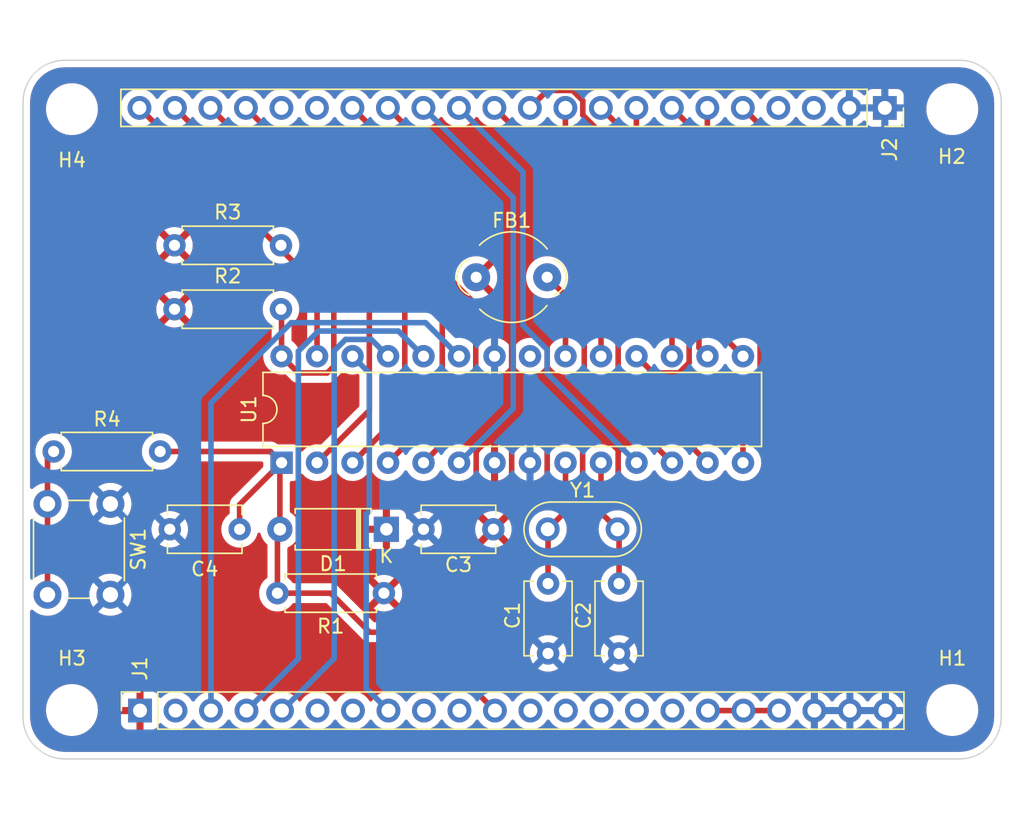
<source format=kicad_pcb>
(kicad_pcb (version 20211014) (generator pcbnew)
  (layers (0 "F.Cu" signal) (31 "B.Cu" signal) (34 "B.Paste" user) (35 "F.Paste" user) (36 "B.SilkS" user "B.Silkscreen") (37 "F.SilkS" user "F.Silkscreen") (38 "B.Mask" user) (39 "F.Mask" user) (44 "Edge.Cuts" user))
  (net 0 "")
  (net 1 "/XTAL1")
  (net 2 "GND")
  (net 3 "/XTAL2")
  (net 4 "+5V")
  (net 5 "/~{RESET}")
  (net 6 "Net-(U1-Pad20)")
  (net 7 "+3V3")
  (net 8 "/TEMP_SENSE_A")
  (net 9 "/TEMP_SENSE_B")
  (net 10 "/TEMP_SENSE_C")
  (net 11 "/TEMP_SENSE_D")
  (net 12 "/TEMP_SENSE_E")
  (net 13 "/CURRENT_SENSE_A")
  (net 14 "/CURRENT_SENSE_B")
  (net 15 "/CURRENT_SENSE_C")
  (net 21 "+12V")
  (net 22 "/~{SS5}")
  (net 23 "/~{SS4}")
  (net 24 "/~{SS3}")
  (net 25 "/~{SS2}")
  (net 26 "/~{SS1}")
  (net 27 "/MISO")
  (net 28 "/MOSI")
  (net 29 "/SCLK")
  (net 30 "/GPIO5")
  (net 31 "/GPIO4")
  (net 32 "/GPIO3")
  (net 33 "/GPIO2")
  (net 34 "/GPIO1")
  (net 35 "/GPIO0")
  (net 36 "/Rx1")
  (net 37 "/Tx1")
  (net 38 "/Rx0")
  (net 39 "/Tx0")
  (net 40 "/SCL")
  (net 41 "/SDA")
  (net 42 "Net-(SW1-Pad2)")
  (footprint "Capacitor_THT:C_Disc_D5.1mm_W3.2mm_P5.00mm" (layer "F.Cu") (at 127.572 87.45 -90)
    (fp_text reference "C1" (at 2.286 2.54 90) (layer "F.SilkS"))
    (fp_text value "27pF")
    (fp_line (start -0.17 1.721) (end 5.17 1.721) (layer "F.SilkS") (width 0.12))
    (fp_line (start -0.17 -1.721) (end -0.17 -1.055) (layer "F.SilkS") (width 0.12))
    (fp_line (start -0.17 -1.721) (end 5.17 -1.721) (layer "F.SilkS") (width 0.12))
    (fp_line (start 5.17 1.055) (end 5.17 1.721) (layer "F.SilkS") (width 0.12))
    (fp_line (start 5.17 -1.721) (end 5.17 -1.055) (layer "F.SilkS") (width 0.12))
    (fp_line (start -0.17 1.055) (end -0.17 1.721) (layer "F.SilkS") (width 0.12))
    (pad "1" thru_hole circle (at 0 0 270) (size 1.6 1.6) (drill 0.8) (layers *.Cu *.Mask) (net 1 "/XTAL1"))
    (pad "2" thru_hole circle (at 5 0 270) (size 1.6 1.6) (drill 0.8) (layers *.Cu *.Mask) (net 2 "GND"))
  )
  (footprint "Capacitor_THT:C_Disc_D5.1mm_W3.2mm_P5.00mm" (layer "F.Cu") (at 132.652 87.45 -90)
    (fp_text reference "C2" (at 2.286 2.54 90) (layer "F.SilkS"))
    (fp_text value "27pF")
    (fp_line (start 5.17 -1.721) (end 5.17 -1.055) (layer "F.SilkS") (width 0.12))
    (fp_line (start -0.17 1.721) (end 5.17 1.721) (layer "F.SilkS") (width 0.12))
    (fp_line (start 5.17 1.055) (end 5.17 1.721) (layer "F.SilkS") (width 0.12))
    (fp_line (start -0.17 -1.721) (end -0.17 -1.055) (layer "F.SilkS") (width 0.12))
    (fp_line (start -0.17 1.055) (end -0.17 1.721) (layer "F.SilkS") (width 0.12))
    (fp_line (start -0.17 -1.721) (end 5.17 -1.721) (layer "F.SilkS") (width 0.12))
    (pad "1" thru_hole circle (at 0 0 270) (size 1.6 1.6) (drill 0.8) (layers *.Cu *.Mask) (net 3 "/XTAL2"))
    (pad "2" thru_hole circle (at 5 0 270) (size 1.6 1.6) (drill 0.8) (layers *.Cu *.Mask) (net 2 "GND"))
  )
  (footprint "Resistor_THT:R_Axial_DIN0207_L6.3mm_D2.5mm_P7.62mm_Horizontal" (layer "F.Cu") (at 115.824 88.138 180)
    (fp_text reference "R1" (at 3.81 -2.37) (layer "F.SilkS"))
    (fp_text value "10K")
    (fp_line (start 0.54 1.04) (end 0.54 1.37) (layer "F.SilkS") (width 0.12))
    (fp_line (start 0.54 1.37) (end 7.08 1.37) (layer "F.SilkS") (width 0.12))
    (fp_line (start 7.08 1.37) (end 7.08 1.04) (layer "F.SilkS") (width 0.12))
    (fp_line (start 0.54 -1.37) (end 7.08 -1.37) (layer "F.SilkS") (width 0.12))
    (fp_line (start 0.54 -1.04) (end 0.54 -1.37) (layer "F.SilkS") (width 0.12))
    (fp_line (start 7.08 -1.37) (end 7.08 -1.04) (layer "F.SilkS") (width 0.12))
    (pad "1" thru_hole circle (at 0 0 180) (size 1.6 1.6) (drill 0.8) (layers *.Cu *.Mask) (net 4 "+5V"))
    (pad "2" thru_hole oval (at 7.62 0 180) (size 1.6 1.6) (drill 0.8) (layers *.Cu *.Mask) (net 5 "/~{RESET}"))
  )
  (footprint "MountingHole:MountingHole_2.7mm_M2.5" (layer "F.Cu") (at 156.5 53.5)
    (fp_text reference "H2" (at -0.036 3.396) (layer "F.SilkS"))
    (fp_text value "MountingHole")
    (pad "" np_thru_hole circle (at 0 0) (size 2.7 2.7) (drill 2.7) (layers *.Cu *.Mask))
  )
  (footprint "Button_Switch_THT:SW_PUSH_6mm" (layer "F.Cu") (at 96.25 81.75 -90)
    (fp_text reference "SW1" (at 3.25 -2 90) (layer "F.SilkS"))
    (fp_text value "SW_Push")
    (fp_line (start 1 5.5) (end 5.5 5.5) (layer "F.SilkS") (width 0.12))
    (fp_line (start 6.75 3) (end 6.75 1.5) (layer "F.SilkS") (width 0.12))
    (fp_line (start 5.5 -1) (end 1 -1) (layer "F.SilkS") (width 0.12))
    (fp_line (start -0.25 1.5) (end -0.25 3) (layer "F.SilkS") (width 0.12))
    (pad "1" thru_hole circle (at 6.5 0) (size 2 2) (drill 1.1) (layers *.Cu *.Mask) (net 2 "GND"))
    (pad "1" thru_hole circle (at 0 0) (size 2 2) (drill 1.1) (layers *.Cu *.Mask) (net 2 "GND"))
    (pad "2" thru_hole circle (at 6.5 4.5) (size 2 2) (drill 1.1) (layers *.Cu *.Mask) (net 42 "Net-(SW1-Pad2)"))
    (pad "2" thru_hole circle (at 0 4.5) (size 2 2) (drill 1.1) (layers *.Cu *.Mask) (net 42 "Net-(SW1-Pad2)"))
  )
  (footprint "Capacitor_THT:C_Disc_D5.1mm_W3.2mm_P5.00mm" (layer "F.Cu") (at 105.5 83.566 180)
    (fp_text reference "C4" (at 2.5 -2.85) (layer "F.SilkS"))
    (fp_text value "10nF")
    (fp_line (start -0.17 1.721) (end 5.17 1.721) (layer "F.SilkS") (width 0.12))
    (fp_line (start -0.17 -1.721) (end -0.17 -1.055) (layer "F.SilkS") (width 0.12))
    (fp_line (start 5.17 1.055) (end 5.17 1.721) (layer "F.SilkS") (width 0.12))
    (fp_line (start 5.17 -1.721) (end 5.17 -1.055) (layer "F.SilkS") (width 0.12))
    (fp_line (start -0.17 1.055) (end -0.17 1.721) (layer "F.SilkS") (width 0.12))
    (fp_line (start -0.17 -1.721) (end 5.17 -1.721) (layer "F.SilkS") (width 0.12))
    (pad "1" thru_hole circle (at 0 0 180) (size 1.6 1.6) (drill 0.8) (layers *.Cu *.Mask) (net 5 "/~{RESET}"))
    (pad "2" thru_hole circle (at 5 0 180) (size 1.6 1.6) (drill 0.8) (layers *.Cu *.Mask) (net 2 "GND"))
  )
  (footprint "MountingHole:MountingHole_2.7mm_M2.5" (layer "F.Cu") (at 156.5 96.5)
    (fp_text reference "H1" (at 0 -3.7) (layer "F.SilkS"))
    (fp_text value "MountingHole")
    (pad "" np_thru_hole circle (at 0 0) (size 2.7 2.7) (drill 2.7) (layers *.Cu *.Mask))
  )
  (footprint "Diode_THT:D_A-405_P7.62mm_Horizontal" (layer "F.Cu") (at 116 83.566 180)
    (fp_text reference "D1" (at 3.81 -2.47) (layer "F.SilkS"))
    (fp_text value "1N4001")
    (fp_text user "K" (at 0 -1.9) (layer "F.SilkS"))
    (fp_line (start 1.09 1.14) (end 1.09 1.47) (layer "F.SilkS") (width 0.12))
    (fp_line (start 1.09 1.47) (end 6.53 1.47) (layer "F.SilkS") (width 0.12))
    (fp_line (start 1.09 -1.14) (end 1.09 -1.47) (layer "F.SilkS") (width 0.12))
    (fp_line (start 2.11 -1.47) (end 2.11 1.47) (layer "F.SilkS") (width 0.12))
    (fp_line (start 1.87 -1.47) (end 1.87 1.47) (layer "F.SilkS") (width 0.12))
    (fp_line (start 6.53 1.47) (end 6.53 1.14) (layer "F.SilkS") (width 0.12))
    (fp_line (start 1.99 -1.47) (end 1.99 1.47) (layer "F.SilkS") (width 0.12))
    (fp_line (start 6.53 -1.47) (end 6.53 -1.14) (layer "F.SilkS") (width 0.12))
    (fp_line (start 1.09 -1.47) (end 6.53 -1.47) (layer "F.SilkS") (width 0.12))
    (pad "1" thru_hole rect (at 0 0 180) (size 1.8 1.8) (drill 0.9) (layers *.Cu *.Mask) (net 4 "+5V"))
    (pad "2" thru_hole oval (at 7.62 0 180) (size 1.8 1.8) (drill 0.9) (layers *.Cu *.Mask) (net 5 "/~{RESET}"))
  )
  (footprint "Resistor_THT:R_Axial_DIN0207_L6.3mm_D2.5mm_P7.62mm_Horizontal" (layer "F.Cu") (at 100.838 63.246)
    (fp_text reference "R3" (at 3.81 -2.37) (layer "F.SilkS"))
    (fp_text value "10K")
    (fp_line (start 0.54 -1.04) (end 0.54 -1.37) (layer "F.SilkS") (width 0.12))
    (fp_line (start 7.08 1.37) (end 7.08 1.04) (layer "F.SilkS") (width 0.12))
    (fp_line (start 7.08 -1.37) (end 7.08 -1.04) (layer "F.SilkS") (width 0.12))
    (fp_line (start 0.54 1.04) (end 0.54 1.37) (layer "F.SilkS") (width 0.12))
    (fp_line (start 0.54 -1.37) (end 7.08 -1.37) (layer "F.SilkS") (width 0.12))
    (fp_line (start 0.54 1.37) (end 7.08 1.37) (layer "F.SilkS") (width 0.12))
    (pad "1" thru_hole circle (at 0 0) (size 1.6 1.6) (drill 0.8) (layers *.Cu *.Mask) (net 4 "+5V"))
    (pad "2" thru_hole oval (at 7.62 0) (size 1.6 1.6) (drill 0.8) (layers *.Cu *.Mask) (net 41 "/SDA"))
  )
  (footprint "Connector_PinSocket_2.54mm:PinSocket_1x22_P2.54mm_Vertical" (layer "F.Cu") (at 98.37 96.54 90)
    (fp_text reference "J1" (at 3 0 90) (layer "F.SilkS"))
    (fp_text value "Conn_01x22_Female")
    (fp_line (start 0 -1.33) (end 1.33 -1.33) (layer "F.SilkS") (width 0.12))
    (fp_line (start -1.33 1.27) (end 1.33 1.27) (layer "F.SilkS") (width 0.12))
    (fp_line (start 1.33 1.27) (end 1.33 54.67) (layer "F.SilkS") (width 0.12))
    (fp_line (start 1.33 -1.33) (end 1.33 0) (layer "F.SilkS") (width 0.12))
    (fp_line (start -1.33 1.27) (end -1.33 54.67) (layer "F.SilkS") (width 0.12))
    (fp_line (start -1.33 54.67) (end 1.33 54.67) (layer "F.SilkS") (width 0.12))
    (pad "1" thru_hole rect (at 0 0 90) (size 1.7 1.7) (drill 1) (layers *.Cu *.Mask) (net 4 "+5V"))
    (pad "2" thru_hole oval (at 0 2.54 90) (size 1.7 1.7) (drill 1) (layers *.Cu *.Mask) (net 7 "+3V3"))
    (pad "3" thru_hole oval (at 0 5.08 90) (size 1.7 1.7) (drill 1) (layers *.Cu *.Mask) (net 8 "/TEMP_SENSE_A"))
    (pad "4" thru_hole oval (at 0 7.62 90) (size 1.7 1.7) (drill 1) (layers *.Cu *.Mask) (net 9 "/TEMP_SENSE_B"))
    (pad "5" thru_hole oval (at 0 10.16 90) (size 1.7 1.7) (drill 1) (layers *.Cu *.Mask) (net 10 "/TEMP_SENSE_C"))
    (pad "6" thru_hole oval (at 0 12.7 90) (size 1.7 1.7) (drill 1) (layers *.Cu *.Mask) (net 11 "/TEMP_SENSE_D"))
    (pad "7" thru_hole oval (at 0 15.24 90) (size 1.7 1.7) (drill 1) (layers *.Cu *.Mask) (net 12 "/TEMP_SENSE_E"))
    (pad "8" thru_hole oval (at 0 17.78 90) (size 1.7 1.7) (drill 1) (layers *.Cu *.Mask) (net 13 "/CURRENT_SENSE_A"))
    (pad "9" thru_hole oval (at 0 20.32 90) (size 1.7 1.7) (drill 1) (layers *.Cu *.Mask) (net 14 "/CURRENT_SENSE_B"))
    (pad "10" thru_hole oval (at 0 22.86 90) (size 1.7 1.7) (drill 1) (layers *.Cu *.Mask) (net 15 "/CURRENT_SENSE_C"))
    (pad "11" thru_hole oval (at 0 25.4 90) (size 1.7 1.7) (drill 1) (layers *.Cu *.Mask) (net 5 "/~{RESET}"))
    (pad "12" thru_hole oval (at 0 27.94 90) (size 1.7 1.7) (drill 1) (layers *.Cu *.Mask))
    (pad "13" thru_hole oval (at 0 30.48 90) (size 1.7 1.7) (drill 1) (layers *.Cu *.Mask))
    (pad "14" thru_hole oval (at 0 33.02 90) (size 1.7 1.7) (drill 1) (layers *.Cu *.Mask))
    (pad "15" thru_hole oval (at 0 35.56 90) (size 1.7 1.7) (drill 1) (layers *.Cu *.Mask))
    (pad "16" thru_hole oval (at 0 38.1 90) (size 1.7 1.7) (drill 1) (layers *.Cu *.Mask))
    (pad "17" thru_hole oval (at 0 40.64 90) (size 1.7 1.7) (drill 1) (layers *.Cu *.Mask) (net 21 "+12V"))
    (pad "18" thru_hole oval (at 0 43.18 90) (size 1.7 1.7) (drill 1) (layers *.Cu *.Mask) (net 21 "+12V"))
    (pad "19" thru_hole oval (at 0 45.72 90) (size 1.7 1.7) (drill 1) (layers *.Cu *.Mask) (net 21 "+12V"))
    (pad "20" thru_hole oval (at 0 48.26 90) (size 1.7 1.7) (drill 1) (layers *.Cu *.Mask) (net 2 "GND"))
    (pad "21" thru_hole oval (at 0 50.8 90) (size 1.7 1.7) (drill 1) (layers *.Cu *.Mask) (net 2 "GND"))
    (pad "22" thru_hole oval (at 0 53.34 90) (size 1.7 1.7) (drill 1) (layers *.Cu *.Mask) (net 2 "GND"))
  )
  (footprint "Capacitor_THT:C_Disc_D5.1mm_W3.2mm_P5.00mm" (layer "F.Cu") (at 123.658 83.566 180)
    (fp_text reference "C3" (at 2.5 -2.54) (layer "F.SilkS"))
    (fp_text value "100nF")
    (fp_line (start 5.17 1.055) (end 5.17 1.721) (layer "F.SilkS") (width 0.12))
    (fp_line (start -0.17 -1.721) (end -0.17 -1.055) (layer "F.SilkS") (width 0.12))
    (fp_line (start -0.17 1.055) (end -0.17 1.721) (layer "F.SilkS") (width 0.12))
    (fp_line (start 5.17 -1.721) (end 5.17 -1.055) (layer "F.SilkS") (width 0.12))
    (fp_line (start -0.17 -1.721) (end 5.17 -1.721) (layer "F.SilkS") (width 0.12))
    (fp_line (start -0.17 1.721) (end 5.17 1.721) (layer "F.SilkS") (width 0.12))
    (pad "1" thru_hole circle (at 0 0 180) (size 1.6 1.6) (drill 0.8) (layers *.Cu *.Mask) (net 4 "+5V"))
    (pad "2" thru_hole circle (at 5 0 180) (size 1.6 1.6) (drill 0.8) (layers *.Cu *.Mask) (net 2 "GND"))
  )
  (footprint "MountingHole:MountingHole_2.7mm_M2.5" (layer "F.Cu") (at 93.5 96.5)
    (fp_text reference "H3" (at 0 -3.7) (layer "F.SilkS"))
    (fp_text value "MountingHole")
    (pad "" np_thru_hole circle (at 0 0) (size 2.7 2.7) (drill 2.7) (layers *.Cu *.Mask))
  )
  (footprint "Resistor_THT:R_Axial_DIN0207_L6.3mm_D2.5mm_P7.62mm_Horizontal" (layer "F.Cu") (at 100.838 67.818)
    (fp_text reference "R2" (at 3.81 -2.37) (layer "F.SilkS"))
    (fp_text value "10K")
    (fp_line (start 0.54 1.37) (end 7.08 1.37) (layer "F.SilkS") (width 0.12))
    (fp_line (start 0.54 1.04) (end 0.54 1.37) (layer "F.SilkS") (width 0.12))
    (fp_line (start 7.08 1.37) (end 7.08 1.04) (layer "F.SilkS") (width 0.12))
    (fp_line (start 0.54 -1.04) (end 0.54 -1.37) (layer "F.SilkS") (width 0.12))
    (fp_line (start 0.54 -1.37) (end 7.08 -1.37) (layer "F.SilkS") (width 0.12))
    (fp_line (start 7.08 -1.37) (end 7.08 -1.04) (layer "F.SilkS") (width 0.12))
    (pad "1" thru_hole circle (at 0 0) (size 1.6 1.6) (drill 0.8) (layers *.Cu *.Mask) (net 4 "+5V"))
    (pad "2" thru_hole oval (at 7.62 0) (size 1.6 1.6) (drill 0.8) (layers *.Cu *.Mask) (net 40 "/SCL"))
  )
  (footprint "Ferrite_THT:LairdTech_28C0236-0JW-10" (layer "F.Cu") (at 122.428 65.532)
    (fp_text reference "FB1" (at 2.54 -4.064) (layer "F.SilkS"))
    (fp_text value "FerriteBead")
    (fp_arc (start -0.508 1.27) (mid -1.367832 0) (end -0.508 -1.27) (layer "F.SilkS") (width 0.12))
    (fp_arc (start 5.064465 2.019572) (mid 2.71878 3.227946) (end 0.254 2.286) (layer "F.SilkS") (width 0.12))
    (fp_arc (start 5.588 -1.27) (mid 6.447832 0) (end 5.588 1.27) (layer "F.SilkS") (width 0.12))
    (fp_arc (start 0.239932 -2.300068) (mid 2.71988 -3.24781) (end 5.08 -2.032) (layer "F.SilkS") (width 0.12))
    (pad "1" thru_hole circle (at 0 0) (size 2 2) (drill 0.8) (layers *.Cu *.Mask) (net 4 "+5V"))
    (pad "2" thru_hole circle (at 5.08 0) (size 2 2) (drill 0.8) (layers *.Cu *.Mask) (net 6 "Net-(U1-Pad20)"))
  )
  (footprint "Resistor_THT:R_Axial_DIN0207_L6.3mm_D2.5mm_P7.62mm_Horizontal" (layer "F.Cu") (at 99.81 78 180)
    (fp_text reference "R4" (at 3.798 2.308) (layer "F.SilkS"))
    (fp_text value "330R")
    (fp_line (start 7.08 1.37) (end 7.08 1.04) (layer "F.SilkS") (width 0.12))
    (fp_line (start 0.54 -1.37) (end 7.08 -1.37) (layer "F.SilkS") (width 0.12))
    (fp_line (start 7.08 -1.37) (end 7.08 -1.04) (layer "F.SilkS") (width 0.12))
    (fp_line (start 0.54 -1.04) (end 0.54 -1.37) (layer "F.SilkS") (width 0.12))
    (fp_line (start 0.54 1.37) (end 7.08 1.37) (layer "F.SilkS") (width 0.12))
    (fp_line (start 0.54 1.04) (end 0.54 1.37) (layer "F.SilkS") (width 0.12))
    (pad "1" thru_hole circle (at 0 0 180) (size 1.6 1.6) (drill 0.8) (layers *.Cu *.Mask) (net 5 "/~{RESET}"))
    (pad "2" thru_hole oval (at 7.62 0 180) (size 1.6 1.6) (drill 0.8) (layers *.Cu *.Mask) (net 42 "Net-(SW1-Pad2)"))
  )
  (footprint "Package_DIP:DIP-28_W7.62mm" (layer "F.Cu") (at 108.5 78.8 90)
    (fp_text reference "U1" (at 3.81 -2.33 90) (layer "F.SilkS"))
    (fp_text value "ATmega328-P")
    (fp_line (start 1.16 -1.33) (end 1.16 34.35) (layer "F.SilkS") (width 0.12))
    (fp_line (start 6.46 34.35) (end 6.46 -1.33) (layer "F.SilkS") (width 0.12))
    (fp_line (start 2.81 -1.33) (end 1.16 -1.33) (layer "F.SilkS") (width 0.12))
    (fp_line (start 6.46 -1.33) (end 4.81 -1.33) (layer "F.SilkS") (width 0.12))
    (fp_line (start 1.16 34.35) (end 6.46 34.35) (layer "F.SilkS") (width 0.12))
    (fp_arc (start 4.81 -1.33) (mid 3.81 -0.33) (end 2.81 -1.33) (layer "F.SilkS") (width 0.12))
    (pad "1" thru_hole rect (at 0 0 90) (size 1.6 1.6) (drill 0.8) (layers *.Cu *.Mask) (net 5 "/~{RESET}"))
    (pad "2" thru_hole oval (at 0 2.54 90) (size 1.6 1.6) (drill 0.8) (layers *.Cu *.Mask) (net 39 "/Tx0"))
    (pad "3" thru_hole oval (at 0 5.08 90) (size 1.6 1.6) (drill 0.8) (layers *.Cu *.Mask) (net 38 "/Rx0"))
    (pad "4" thru_hole oval (at 0 7.62 90) (size 1.6 1.6) (drill 0.8) (layers *.Cu *.Mask) (net 35 "/GPIO0"))
    (pad "5" thru_hole oval (at 0 10.16 90) (size 1.6 1.6) (drill 0.8) (layers *.Cu *.Mask) (net 34 "/GPIO1"))
    (pad "6" thru_hole oval (at 0 12.7 90) (size 1.6 1.6) (drill 0.8) (layers *.Cu *.Mask) (net 33 "/GPIO2"))
    (pad "7" thru_hole oval (at 0 15.24 90) (size 1.6 1.6) (drill 0.8) (layers *.Cu *.Mask) (net 4 "+5V"))
    (pad "8" thru_hole oval (at 0 17.78 90) (size 1.6 1.6) (drill 0.8) (layers *.Cu *.Mask) (net 2 "GND"))
    (pad "9" thru_hole oval (at 0 20.32 90) (size 1.6 1.6) (drill 0.8) (layers *.Cu *.Mask) (net 1 "/XTAL1"))
    (pad "10" thru_hole oval (at 0 22.86 90) (size 1.6 1.6) (drill 0.8) (layers *.Cu *.Mask) (net 3 "/XTAL2"))
    (pad "11" thru_hole oval (at 0 25.4 90) (size 1.6 1.6) (drill 0.8) (layers *.Cu *.Mask) (net 32 "/GPIO3"))
    (pad "12" thru_hole oval (at 0 27.94 90) (size 1.6 1.6) (drill 0.8) (layers *.Cu *.Mask) (net 31 "/GPIO4"))
    (pad "13" thru_hole oval (at 0 30.48 90) (size 1.6 1.6) (drill 0.8) (layers *.Cu *.Mask) (net 30 "/GPIO5"))
    (pad "14" thru_hole oval (at 0 33.02 90) (size 1.6 1.6) (drill 0.8) (layers *.Cu *.Mask) (net 24 "/~{SS3}"))
    (pad "15" thru_hole oval (at 7.62 33.02 90) (size 1.6 1.6) (drill 0.8) (layers *.Cu *.Mask) (net 25 "/~{SS2}"))
    (pad "16" thru_hole oval (at 7.62 30.48 90) (size 1.6 1.6) (drill 0.8) (layers *.Cu *.Mask) (net 26 "/~{SS1}"))
    (pad "17" thru_hole oval (at 7.62 27.94 90) (size 1.6 1.6) (drill 0.8) (layers *.Cu *.Mask) (net 28 "/MOSI"))
    (pad "18" thru_hole oval (at 7.62 25.4 90) (size 1.6 1.6) (drill 0.8) (layers *.Cu *.Mask) (net 27 "/MISO"))
    (pad "19" thru_hole oval (at 7.62 22.86 90) (size 1.6 1.6) (drill 0.8) (layers *.Cu *.Mask) (net 29 "/SCLK"))
    (pad "20" thru_hole oval (at 7.62 20.32 90) (size 1.6 1.6) (drill 0.8) (layers *.Cu *.Mask) (net 6 "Net-(U1-Pad20)"))
    (pad "21" thru_hole oval (at 7.62 17.78 90) (size 1.6 1.6) (drill 0.8) (layers *.Cu *.Mask))
    (pad "22" thru_hole oval (at 7.62 15.24 90) (size 1.6 1.6) (drill 0.8) (layers *.Cu *.Mask) (net 2 "GND"))
    (pad "23" thru_hole oval (at 7.62 12.7 90) (size 1.6 1.6) (drill 0.8) (layers *.Cu *.Mask) (net 8 "/TEMP_SENSE_A"))
    (pad "24" thru_hole oval (at 7.62 10.16 90) (size 1.6 1.6) (drill 0.8) (layers *.Cu *.Mask) (net 9 "/TEMP_SENSE_B"))
    (pad "25" thru_hole oval (at 7.62 7.62 90) (size 1.6 1.6) (drill 0.8) (layers *.Cu *.Mask) (net 10 "/TEMP_SENSE_C"))
    (pad "26" thru_hole oval (at 7.62 5.08 90) (size 1.6 1.6) (drill 0.8) (layers *.Cu *.Mask) (net 13 "/CURRENT_SENSE_A"))
    (pad "27" thru_hole oval (at 7.62 2.54 90) (size 1.6 1.6) (drill 0.8) (layers *.Cu *.Mask) (net 41 "/SDA"))
    (pad "28" thru_hole oval (at 7.62 0 90) (size 1.6 1.6) (drill 0.8) (layers *.Cu *.Mask) (net 40 "/SCL"))
  )
  (footprint "Connector_PinSocket_2.54mm:PinSocket_1x22_P2.54mm_Vertical" (layer "F.Cu") (at 151.67 53.41 -90)
    (fp_text reference "J2" (at 2.975 -0.35 90) (layer "F.SilkS"))
    (fp_text value "Conn_01x22_Female")
    (fp_line (start 0 -1.33) (end 1.33 -1.33) (layer "F.SilkS") (width 0.12))
    (fp_line (start -1.33 1.27) (end -1.33 54.67) (layer "F.SilkS") (width 0.12))
    (fp_line (start 1.33 1.27) (end 1.33 54.67) (layer "F.SilkS") (width 0.12))
    (fp_line (start -1.33 1.27) (end 1.33 1.27) (layer "F.SilkS") (width 0.12))
    (fp_line (start -1.33 54.67) (end 1.33 54.67) (layer "F.SilkS") (width 0.12))
    (fp_line (start 1.33 -1.33) (end 1.33 0) (layer "F.SilkS") (width 0.12))
    (pad "1" thru_hole rect (at 0 0 270) (size 1.7 1.7) (drill 1) (layers *.Cu *.Mask) (net 2 "GND"))
    (pad "2" thru_hole oval (at 0 2.54 270) (size 1.7 1.7) (drill 1) (layers *.Cu *.Mask) (net 2 "GND"))
    (pad "3" thru_hole oval (at 0 5.08 270) (size 1.7 1.7) (drill 1) (layers *.Cu *.Mask) (net 22 "/~{SS5}"))
    (pad "4" thru_hole oval (at 0 7.62 270) (size 1.7 1.7) (drill 1) (layers *.Cu *.Mask) (net 23 "/~{SS4}"))
    (pad "5" thru_hole oval (at 0 10.16 270) (size 1.7 1.7) (drill 1) (layers *.Cu *.Mask) (net 24 "/~{SS3}"))
    (pad "6" thru_hole oval (at 0 12.7 270) (size 1.7 1.7) (drill 1) (layers *.Cu *.Mask) (net 25 "/~{SS2}"))
    (pad "7" thru_hole oval (at 0 15.24 270) (size 1.7 1.7) (drill 1) (layers *.Cu *.Mask) (net 26 "/~{SS1}"))
    (pad "8" thru_hole oval (at 0 17.78 270) (size 1.7 1.7) (drill 1) (layers *.Cu *.Mask) (net 27 "/MISO"))
    (pad "9" thru_hole oval (at 0 20.32 270) (size 1.7 1.7) (drill 1) (layers *.Cu *.Mask) (net 28 "/MOSI"))
    (pad "10" thru_hole oval (at 0 22.86 270) (size 1.7 1.7) (drill 1) (layers *.Cu *.Mask) (net 29 "/SCLK"))
    (pad "11" thru_hole oval (at 0 25.4 270) (size 1.7 1.7) (drill 1) (layers *.Cu *.Mask) (net 30 "/GPIO5"))
    (pad "12" thru_hole oval (at 0 27.94 270) (size 1.7 1.7) (drill 1) (layers *.Cu *.Mask) (net 31 "/GPIO4"))
    (pad "13" thru_hole oval (at 0 30.48 270) (size 1.7 1.7) (drill 1) (layers *.Cu *.Mask) (net 32 "/GPIO3"))
    (pad "14" thru_hole oval (at 0 33.02 270) (size 1.7 1.7) (drill 1) (layers *.Cu *.Mask) (net 33 "/GPIO2"))
    (pad "15" thru_hole oval (at 0 35.56 270) (size 1.7 1.7) (drill 1) (layers *.Cu *.Mask) (net 34 "/GPIO1"))
    (pad "16" thru_hole oval (at 0 38.1 270) (size 1.7 1.7) (drill 1) (layers *.Cu *.Mask) (net 35 "/GPIO0"))
    (pad "17" thru_hole oval (at 0 40.64 270) (size 1.7 1.7) (drill 1) (layers *.Cu *.Mask) (net 36 "/Rx1"))
    (pad "18" thru_hole oval (at 0 43.18 270) (size 1.7 1.7) (drill 1) (layers *.Cu *.Mask) (net 37 "/Tx1"))
    (pad "19" thru_hole oval (at 0 45.72 270) (size 1.7 1.7) (drill 1) (layers *.Cu *.Mask) (net 38 "/Rx0"))
    (pad "20" thru_hole oval (at 0 48.26 270) (size 1.7 1.7) (drill 1) (layers *.Cu *.Mask) (net 39 "/Tx0"))
    (pad "21" thru_hole oval (at 0 50.8 270) (size 1.7 1.7) (drill 1) (layers *.Cu *.Mask) (net 40 "/SCL"))
    (pad "22" thru_hole oval (at 0 53.34 270) (size 1.7 1.7) (drill 1) (layers *.Cu *.Mask) (net 41 "/SDA"))
  )
  (footprint "Crystal:Resonator-2Pin_W8.0mm_H3.5mm" (layer "F.Cu") (at 127.548 83.566)
    (fp_text reference "Y1" (at 2.5 -2.794) (layer "F.SilkS"))
    (fp_text value "16MHz")
    (fp_line (start 0.25 1.95) (end 4.75 1.95) (layer "F.SilkS") (width 0.12))
    (fp_line (start 0.25 -1.95) (end 4.75 -1.95) (layer "F.SilkS") (width 0.12))
    (fp_arc (start 0.25 1.95) (mid -1.7 0) (end 0.25 -1.95) (layer "F.SilkS") (width 0.12))
    (fp_arc (start 4.75 -1.95) (mid 6.7 0) (end 4.75 1.95) (layer "F.SilkS") (width 0.12))
    (pad "1" thru_hole circle (at 0 0) (size 1.7 1.7) (drill 1) (layers *.Cu *.Mask) (net 1 "/XTAL1"))
    (pad "2" thru_hole circle (at 5 0) (size 1.7 1.7) (drill 1) (layers *.Cu *.Mask) (net 3 "/XTAL2"))
  )
  (footprint "MountingHole:MountingHole_2.7mm_M2.5" (layer "F.Cu") (at 93.5 53.5)
    (fp_text reference "H4" (at 0 3.65) (layer "F.SilkS"))
    (fp_text value "MountingHole")
    (pad "" np_thru_hole circle (at 0 0) (size 2.7 2.7) (drill 2.7) (layers *.Cu *.Mask))
  )
  (gr_line (start 160 97) (end 160 53) (layer "Edge.Cuts") (width 0.1))
  (gr_line (start 90 53) (end 90 97) (layer "Edge.Cuts") (width 0.1))
  (gr_arc (start 93 100) (mid 90.87868 99.12132) (end 90 97) (layer "Edge.Cuts") (width 0.1))
  (gr_arc (start 90 53) (mid 90.87868 50.87868) (end 93 50) (layer "Edge.Cuts") (width 0.1))
  (gr_arc (start 160 97) (mid 159.12132 99.12132) (end 157 100) (layer "Edge.Cuts") (width 0.1))
  (gr_arc (start 157 50) (mid 159.12132 50.87868) (end 160 53) (layer "Edge.Cuts") (width 0.1))
  (gr_line (start 93 100) (end 157 100) (layer "Edge.Cuts") (width 0.1))
  (gr_line (start 157 50) (end 93 50) (layer "Edge.Cuts") (width 0.1))
  (segment (start 127.572 87.45) (end 127.572 83.59) (width 0.4) (layer "F.Cu") (net 1))
  (segment (start 127.548 83.566) (end 128.82 82.294) (width 0.4) (layer "F.Cu") (net 1))
  (segment (start 128.82 82.294) (end 128.82 78.8) (width 0.4) (layer "F.Cu") (net 1))
  (segment (start 127.572 83.59) (end 127.548 83.566) (width 0.4) (layer "F.Cu") (net 1))
  (segment (start 131.36 82.378) (end 131.36 78.8) (width 0.4) (layer "F.Cu") (net 3))
  (segment (start 132.652 87.45) (end 132.652 83.67) (width 0.4) (layer "F.Cu") (net 3))
  (segment (start 132.652 83.67) (end 132.548 83.566) (width 0.4) (layer "F.Cu") (net 3))
  (segment (start 132.548 83.566) (end 131.36 82.378) (width 0.4) (layer "F.Cu") (net 3))
  (segment (start 124.968 72.644) (end 124.968 69.596) (width 0.4) (layer "F.Cu") (net 4))
  (segment (start 124.968 80.01) (end 124.968 77.216) (width 0.4) (layer "F.Cu") (net 4))
  (segment (start 130.048 80.01) (end 130.048 77.216) (width 0.4) (layer "F.Cu") (net 4))
  (segment (start 132.588 80.01) (end 132.588 77.216) (width 0.4) (layer "F.Cu") (net 4))
  (segment (start 127.508 80.01) (end 127.508 77.216) (width 0.4) (layer "F.Cu") (net 4))
  (segment (start 122.428 80.01) (end 122.428 77.216) (width 0.4) (layer "F.Cu") (net 4))
  (segment (start 127.508 72.644) (end 127.508 69.596) (width 0.4) (layer "F.Cu") (net 4))
  (segment (start 108.204 83.742) (end 108.38 83.566) (width 0.4) (layer "F.Cu") (net 5))
  (segment (start 99.81 78) (end 107.7 78) (width 0.4) (layer "F.Cu") (net 5))
  (segment (start 108.204 88.138) (end 112.014 88.138) (width 0.4) (layer "F.Cu") (net 5))
  (segment (start 105.5 83.566) (end 105.5 81.8) (width 0.4) (layer "F.Cu") (net 5))
  (segment (start 114.808 90.932) (end 118.162 90.932) (width 0.4) (layer "F.Cu") (net 5))
  (segment (start 108.204 88.138) (end 108.204 83.742) (width 0.4) (layer "F.Cu") (net 5))
  (segment (start 108.38 83.566) (end 108.38 78.92) (width 0.4) (layer "F.Cu") (net 5))
  (segment (start 118.162 90.932) (end 123.77 96.54) (width 0.4) (layer "F.Cu") (net 5))
  (segment (start 112.014 88.138) (end 114.808 90.932) (width 0.4) (layer "F.Cu") (net 5))
  (segment (start 105.5 81.8) (end 108.5 78.8) (width 0.4) (layer "F.Cu") (net 5))
  (segment (start 107.7 78) (end 108.5 78.8) (width 0.4) (layer "F.Cu") (net 5))
  (segment (start 108.38 78.92) (end 108.5 78.8) (width 0.4) (layer "F.Cu") (net 5))
  (segment (start 128.82 66.844) (end 127.508 65.532) (width 0.4) (layer "F.Cu") (net 6))
  (segment (start 128.82 71.18) (end 128.82 66.844) (width 0.4) (layer "F.Cu") (net 6))
  (segment (start 109.190917 68.781449) (end 103.45 74.522366) (width 0.4) (layer "B.Cu") (net 8))
  (segment (start 121.2 71.18) (end 118.801449 68.781449) (width 0.4) (layer "B.Cu") (net 8))
  (segment (start 118.801449 68.781449) (end 109.190917 68.781449) (width 0.4) (layer "B.Cu") (net 8))
  (segment (start 103.45 74.522366) (end 103.45 96.54) (width 0.4) (layer "B.Cu") (net 8))
  (segment (start 109.699511 70.824123) (end 109.699511 92.830489) (width 0.4) (layer "B.Cu") (net 9))
  (segment (start 116.860969 69.380969) (end 111.142665 69.380969) (width 0.4) (layer "B.Cu") (net 9))
  (segment (start 109.699511 92.830489) (end 105.99 96.54) (width 0.4) (layer "B.Cu") (net 9))
  (segment (start 118.66 71.18) (end 116.860969 69.380969) (width 0.4) (layer "B.Cu") (net 9))
  (segment (start 111.142665 69.380969) (end 109.699511 70.824123) (width 0.4) (layer "B.Cu") (net 9))
  (segment (start 112.268 92.802) (end 112.268 70.795634) (width 0.4) (layer "B.Cu") (net 10))
  (segment (start 112.268 70.795634) (end 113.083145 69.980489) (width 0.4) (layer "B.Cu") (net 10))
  (segment (start 108.53 96.54) (end 112.268 92.802) (width 0.4) (layer "B.Cu") (net 10))
  (segment (start 114.920489 69.980489) (end 116.12 71.18) (width 0.4) (layer "B.Cu") (net 10))
  (segment (start 113.083145 69.980489) (end 114.920489 69.980489) (width 0.4) (layer "B.Cu") (net 10))
  (segment (start 114.554 82.492) (end 114.554 94.944) (width 0.4) (layer "B.Cu") (net 13))
  (segment (start 114.779511 72.379511) (end 114.779511 82.266489) (width 0.4) (layer "B.Cu") (net 13))
  (segment (start 114.554 94.944) (end 116.15 96.54) (width 0.4) (layer "B.Cu") (net 13))
  (segment (start 113.58 71.18) (end 114.779511 72.379511) (width 0.4) (layer "B.Cu") (net 13))
  (segment (start 114.779511 82.266489) (end 114.554 82.492) (width 0.4) (layer "B.Cu") (net 13))
  (segment (start 139.01 96.54) (end 144.09 96.54) (width 0.4) (layer "F.Cu") (net 21))
  (segment (start 142.748 72.39) (end 142.748 54.648) (width 0.4) (layer "F.Cu") (net 24))
  (segment (start 142.748 54.648) (end 141.51 53.41) (width 0.4) (layer "F.Cu") (net 24))
  (segment (start 141.52 78.8) (end 141.52 73.618) (width 0.4) (layer "F.Cu") (net 24))
  (segment (start 141.52 73.618) (end 142.748 72.39) (width 0.4) (layer "F.Cu") (net 24))
  (segment (start 139.7 69.342) (end 138.97 68.612) (width 0.4) (layer "F.Cu") (net 25))
  (segment (start 141.52 71.18) (end 139.7 69.36) (width 0.4) (layer "F.Cu") (net 25))
  (segment (start 138.97 68.612) (end 138.97 53.41) (width 0.4) (layer "F.Cu") (net 25))
  (segment (start 139.7 69.36) (end 139.7 69.342) (width 0.4) (layer "F.Cu") (net 25))
  (segment (start 138.98 71.18) (end 138.37048 70.57048) (width 0.4) (layer "F.Cu") (net 26))
  (segment (start 138.37048 55.35048) (end 136.43 53.41) (width 0.4) (layer "F.Cu") (net 26))
  (segment (start 138.37048 70.57048) (end 138.37048 55.35048) (width 0.4) (layer "F.Cu") (net 26))
  (segment (start 137.668 71.648366) (end 137.668 58.674) (width 0.4) (layer "F.Cu") (net 27))
  (segment (start 133.89 54.896) (end 133.89 53.41) (width 0.4) (layer "F.Cu") (net 27))
  (segment (start 135.099511 72.379511) (end 136.936855 72.379511) (width 0.4) (layer "F.Cu") (net 27))
  (segment (start 133.9 71.18) (end 135.099511 72.379511) (width 0.4) (layer "F.Cu") (net 27))
  (segment (start 137.668 58.674) (end 133.89 54.896) (width 0.4) (layer "F.Cu") (net 27))
  (segment (start 136.936855 72.379511) (end 137.668 71.648366) (width 0.4) (layer "F.Cu") (net 27))
  (segment (start 136.44 71.18) (end 136.44 58.5) (width 0.4) (layer "F.Cu") (net 28))
  (segment (start 136.44 58.5) (end 131.35 53.41) (width 0.4) (layer "F.Cu") (net 28))
  (segment (start 131.36 71.18) (end 131.36 59.224) (width 0.4) (layer "F.Cu") (net 29))
  (segment (start 131.36 59.224) (end 128.81 56.674) (width 0.4) (layer "F.Cu") (net 29))
  (segment (start 128.81 56.674) (end 128.81 53.41) (width 0.4) (layer "F.Cu") (net 29))
  (segment (start 130.059511 52.892435) (end 130.059511 53.927565) (width 0.4) (layer "F.Cu") (net 30))
  (segment (start 127.519511 52.160489) (end 129.327565 52.160489) (width 0.4) (layer "F.Cu") (net 30))
  (segment (start 130.059511 53.927565) (end 132.588 56.456054) (width 0.4) (layer "F.Cu") (net 30))
  (segment (start 126.27 53.41) (end 127.519511 52.160489) (width 0.4) (layer "F.Cu") (net 30))
  (segment (start 132.588 56.456054) (end 132.588 72.408) (width 0.4) (layer "F.Cu") (net 30))
  (segment (start 132.588 72.408) (end 138.98 78.8) (width 0.4) (layer "F.Cu") (net 30))
  (segment (start 129.327565 52.160489) (end 130.059511 52.892435) (width 0.4) (layer "F.Cu") (net 30))
  (segment (start 130.160489 59.840489) (end 123.73 53.41) (width 0.4) (layer "F.Cu") (net 31))
  (segment (start 136.44 78.8) (end 130.160489 72.520489) (width 0.4) (layer "F.Cu") (net 31))
  (segment (start 130.160489 72.520489) (end 130.160489 59.840489) (width 0.4) (layer "F.Cu") (net 31))
  (segment (start 125.783145 68.986779) (end 127.508 70.711634) (width 0.4) (layer "B.Cu") (net 32))
  (segment (start 127.508 70.711634) (end 127.508 72.408) (width 0.4) (layer "B.Cu") (net 32))
  (segment (start 127.508 72.408) (end 133.9 78.8) (width 0.4) (layer "B.Cu") (net 32))
  (segment (start 121.19 53.41) (end 125.783145 58.003145) (width 0.4) (layer "B.Cu") (net 32))
  (segment (start 125.783145 58.003145) (end 125.783145 68.986779) (width 0.4) (layer "B.Cu") (net 32))
  (segment (start 125.080489 74.919511) (end 125.080489 59.840489) (width 0.4) (layer "B.Cu") (net 33))
  (segment (start 121.2 78.8) (end 125.080489 74.919511) (width 0.4) (layer "B.Cu") (net 33))
  (segment (start 125.080489 59.840489) (end 118.65 53.41) (width 0.4) (layer "B.Cu") (net 33))
  (segment (start 120.600009 57.900009) (end 116.11 53.41) (width 0.4) (layer "F.Cu") (net 34))
  (segment (start 120.600009 65.683218) (end 120.600009 57.900009) (width 0.4) (layer "F.Cu") (net 34))
  (segment (start 122.399511 75.060489) (end 122.399511 67.48272) (width 0.4) (layer "F.Cu") (net 34))
  (segment (start 118.66 78.8) (end 122.399511 75.060489) (width 0.4) (layer "F.Cu") (net 34))
  (segment (start 122.399511 67.48272) (end 120.600009 65.683218) (width 0.4) (layer "F.Cu") (net 34))
  (segment (start 116.12 78.8) (end 120.000489 74.919511) (width 0.4) (layer "F.Cu") (net 35))
  (segment (start 120.000489 74.919511) (end 120.000489 59.840489) (width 0.4) (layer "F.Cu") (net 35))
  (segment (start 120.000489 59.840489) (end 113.57 53.41) (width 0.4) (layer "F.Cu") (net 35))
  (segment (start 117.319511 75.060489) (end 117.319511 64.779511) (width 0.4) (layer "F.Cu") (net 38))
  (segment (start 117.319511 64.779511) (end 105.95 53.41) (width 0.4) (layer "F.Cu") (net 38))
  (segment (start 113.58 78.8) (end 117.319511 75.060489) (width 0.4) (layer "F.Cu") (net 38))
  (segment (start 114.779511 64.779511) (end 103.41 53.41) (width 0.4) (layer "F.Cu") (net 39))
  (segment (start 114.779511 75.060489) (end 114.779511 64.779511) (width 0.4) (layer "F.Cu") (net 39))
  (segment (start 111.04 78.8) (end 114.779511 75.060489) (width 0.4) (layer "F.Cu") (net 39))
  (segment (start 109.699511 72.379511) (end 111.770489 72.379511) (width 0.4) (layer "F.Cu") (net 40))
  (segment (start 112.239511 71.910489) (end 112.239511 64.779511) (width 0.4) (layer "F.Cu") (net 40))
  (segment (start 111.770489 72.379511) (end 112.239511 71.910489) (width 0.4) (layer "F.Cu") (net 40))
  (segment (start 112.239511 64.779511) (end 100.87 53.41) (width 0.4) (layer "F.Cu") (net 40))
  (segment (start 108.5 67.86) (end 108.458 67.818) (width 0.4) (layer "F.Cu") (net 40))
  (segment (start 108.5 71.18) (end 108.5 67.86) (width 0.4) (layer "F.Cu") (net 40))
  (segment (start 108.5 71.18) (end 109.699511 72.379511) (width 0.4) (layer "F.Cu") (net 40))
  (segment (start 111.04 71.18) (end 111.04 66.12) (width 0.4) (layer "F.Cu") (net 41))
  (segment (start 111.04 66.12) (end 98.33 53.41) (width 0.4) (layer "F.Cu") (net 41))
  (segment (start 91.75 78.44) (end 92.19 78) (width 0.4) (layer "F.Cu") (net 42))
  (segment (start 91.75 88.25) (end 91.75 81.75) (width 0.4) (layer "F.Cu") (net 42))
  (segment (start 91.75 81.75) (end 91.75 78.44) (width 0.4) (layer "F.Cu") (net 42))
  (zone (net 4) (net_name "+5V") (layer "F.Cu") (connect_pads (clearance 0.508)) (min_thickness 0.254) (fill yes (thermal_gap 0.508) (thermal_bridge_width 0.508))
    (polygon (pts (xy 160.02 100.076) (xy 89.916 100.076) (xy 89.916 50.038) (xy 160.02 50.038)))
  )
  (zone (net 2) (net_name "GND") (layer "B.Cu") (connect_pads (clearance 0.508)) (min_thickness 0.254) (fill yes (thermal_gap 0.508) (thermal_bridge_width 0.508))
    (polygon (pts (xy 160.02 100.076) (xy 89.916 100.076) (xy 89.916 50.038) (xy 160.02 50.038)))
  )
)
</source>
